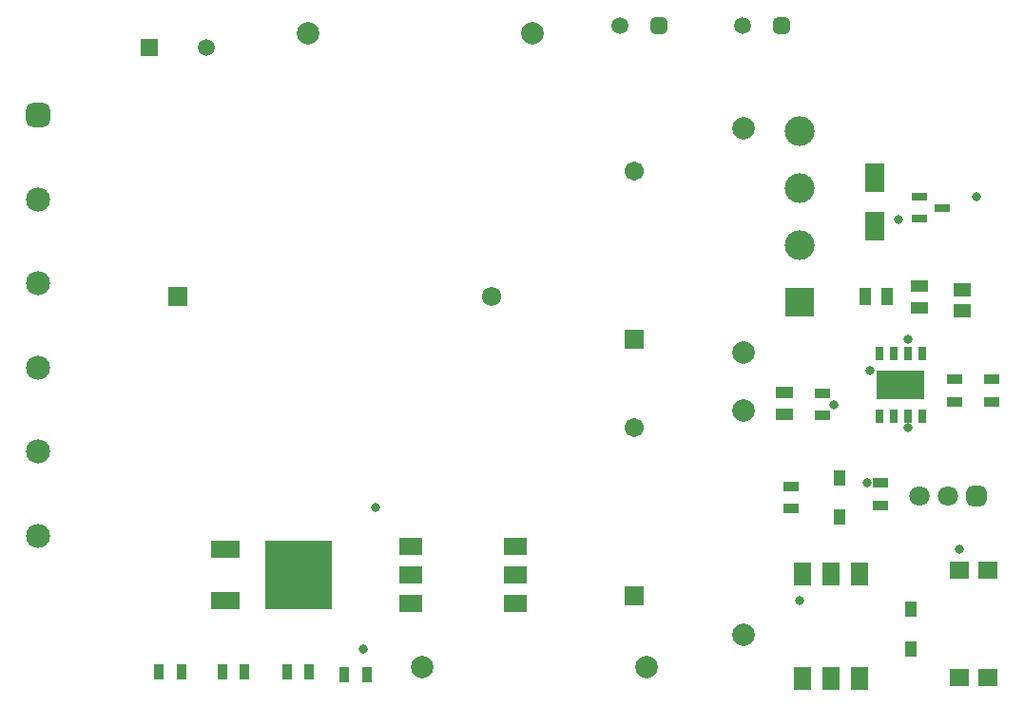
<source format=gts>
G04*
G04 #@! TF.GenerationSoftware,Altium Limited,Altium Designer,24.5.1 (21)*
G04*
G04 Layer_Color=8388736*
%FSLAX44Y44*%
%MOMM*%
G71*
G04*
G04 #@! TF.SameCoordinates,667E7DA7-0DE7-46C7-9864-8DF00163D8D0*
G04*
G04*
G04 #@! TF.FilePolarity,Negative*
G04*
G01*
G75*
%ADD30R,1.1032X1.5032*%
%ADD31R,1.5032X1.1032*%
%ADD32R,1.7532X1.6032*%
%ADD33R,1.6032X2.1032*%
%ADD34R,1.0032X1.3532*%
%ADD35R,1.7532X2.5032*%
%ADD36R,1.4532X0.9032*%
%ADD37R,1.6032X1.1532*%
%ADD38R,1.4532X0.8032*%
%ADD39R,4.3032X2.6032*%
%ADD40R,0.6532X1.3032*%
%ADD41R,2.1032X1.6032*%
%ADD42R,2.6032X1.6032*%
%ADD43R,5.9532X6.1032*%
%ADD44R,0.9032X1.4532*%
%ADD45R,1.7032X1.7032*%
%ADD46C,1.7032*%
%ADD47C,1.7222*%
%ADD48R,1.7222X1.7222*%
%ADD49C,2.0032*%
%ADD50C,1.5032*%
%ADD51R,1.5032X1.5032*%
G04:AMPARAMS|DCode=52|XSize=1.5032mm|YSize=1.5032mm|CornerRadius=0.4266mm|HoleSize=0mm|Usage=FLASHONLY|Rotation=0.000|XOffset=0mm|YOffset=0mm|HoleType=Round|Shape=RoundedRectangle|*
%AMROUNDEDRECTD52*
21,1,1.5032,0.6500,0,0,0.0*
21,1,0.6500,1.5032,0,0,0.0*
1,1,0.8532,0.3250,-0.3250*
1,1,0.8532,-0.3250,-0.3250*
1,1,0.8532,-0.3250,0.3250*
1,1,0.8532,0.3250,0.3250*
%
%ADD52ROUNDEDRECTD52*%
G04:AMPARAMS|DCode=53|XSize=1.8032mm|YSize=1.8032mm|CornerRadius=0.5016mm|HoleSize=0mm|Usage=FLASHONLY|Rotation=180.000|XOffset=0mm|YOffset=0mm|HoleType=Round|Shape=RoundedRectangle|*
%AMROUNDEDRECTD53*
21,1,1.8032,0.8000,0,0,180.0*
21,1,0.8000,1.8032,0,0,180.0*
1,1,1.0032,-0.4000,0.4000*
1,1,1.0032,0.4000,0.4000*
1,1,1.0032,0.4000,-0.4000*
1,1,1.0032,-0.4000,-0.4000*
%
%ADD53ROUNDEDRECTD53*%
%ADD54C,1.8032*%
%ADD55R,2.6482X2.6482*%
%ADD56C,2.6482*%
%ADD57C,2.1532*%
G04:AMPARAMS|DCode=58|XSize=2.1532mm|YSize=2.1532mm|CornerRadius=0.5891mm|HoleSize=0mm|Usage=FLASHONLY|Rotation=270.000|XOffset=0mm|YOffset=0mm|HoleType=Round|Shape=RoundedRectangle|*
%AMROUNDEDRECTD58*
21,1,2.1532,0.9750,0,0,270.0*
21,1,0.9750,2.1532,0,0,270.0*
1,1,1.1782,-0.4875,-0.4875*
1,1,1.1782,-0.4875,0.4875*
1,1,1.1782,0.4875,0.4875*
1,1,1.1782,0.4875,-0.4875*
%
%ADD58ROUNDEDRECTD58*%
%ADD59C,0.8032*%
D30*
X1076300Y622300D02*
D03*
X1057300D02*
D03*
D31*
X984758Y536804D02*
D03*
Y517804D02*
D03*
X1104900Y631800D02*
D03*
Y612800D02*
D03*
D32*
X1166368Y378712D02*
D03*
X1140968D02*
D03*
Y283212D02*
D03*
X1166368D02*
D03*
D33*
X1000760Y375430D02*
D03*
X1026160D02*
D03*
X1051560D02*
D03*
Y282430D02*
D03*
X1026160D02*
D03*
X1000760D02*
D03*
D34*
X1097788Y308890D02*
D03*
Y343890D02*
D03*
X1034288Y426264D02*
D03*
Y461264D02*
D03*
D35*
X1065276Y728546D02*
D03*
Y685546D02*
D03*
D36*
X990854Y453738D02*
D03*
Y433738D02*
D03*
X1136396Y528734D02*
D03*
Y548734D02*
D03*
X1169162Y528734D02*
D03*
Y548734D02*
D03*
X1018794Y536542D02*
D03*
Y516542D02*
D03*
X1070356Y456532D02*
D03*
Y436532D02*
D03*
D37*
X1143000Y628600D02*
D03*
Y609600D02*
D03*
D38*
X1104900Y711200D02*
D03*
Y692200D02*
D03*
X1125900Y701700D02*
D03*
D39*
X1088644Y543874D02*
D03*
D40*
X1069594Y571874D02*
D03*
X1082294D02*
D03*
X1094994D02*
D03*
X1107694D02*
D03*
Y515874D02*
D03*
X1094994D02*
D03*
X1082294D02*
D03*
X1069594D02*
D03*
D41*
X652000Y349250D02*
D03*
Y374650D02*
D03*
Y400050D02*
D03*
X745000D02*
D03*
Y374650D02*
D03*
Y349250D02*
D03*
D42*
X487200Y351800D02*
D03*
Y397500D02*
D03*
D43*
X552450Y374650D02*
D03*
D44*
X613250Y286004D02*
D03*
X593250D02*
D03*
X504378Y288290D02*
D03*
X484378D02*
D03*
X447896Y288036D02*
D03*
X427896D02*
D03*
X561942D02*
D03*
X541942D02*
D03*
D45*
X850900Y355600D02*
D03*
Y584200D02*
D03*
D46*
Y505600D02*
D03*
Y734200D02*
D03*
D47*
X723900Y622300D02*
D03*
D48*
X444500D02*
D03*
D49*
X948944Y572673D02*
D03*
Y772673D02*
D03*
X662000Y292100D02*
D03*
X862000D02*
D03*
X760400Y857250D02*
D03*
X560400D02*
D03*
X948944Y521386D02*
D03*
Y321386D02*
D03*
D50*
X469900Y844550D02*
D03*
X947700Y863600D02*
D03*
X838200D02*
D03*
D51*
X419100Y844550D02*
D03*
D52*
X982700Y863600D02*
D03*
X873200D02*
D03*
D53*
X1155700Y444500D02*
D03*
D54*
X1130300D02*
D03*
X1104900D02*
D03*
D55*
X998474Y617474D02*
D03*
D56*
Y668274D02*
D03*
Y719074D02*
D03*
Y769874D02*
D03*
D57*
X320000Y559400D02*
D03*
Y709400D02*
D03*
Y634400D02*
D03*
Y484400D02*
D03*
Y409400D02*
D03*
D58*
Y784400D02*
D03*
D59*
X1061212Y556260D02*
D03*
X1028794Y526542D02*
D03*
X1155700Y711200D02*
D03*
X621284Y434340D02*
D03*
X1094994Y584962D02*
D03*
X1140968Y397510D02*
D03*
X1058672Y456532D02*
D03*
X1086562Y690880D02*
D03*
X998728Y351790D02*
D03*
X609600Y308610D02*
D03*
X1094994Y505714D02*
D03*
M02*

</source>
